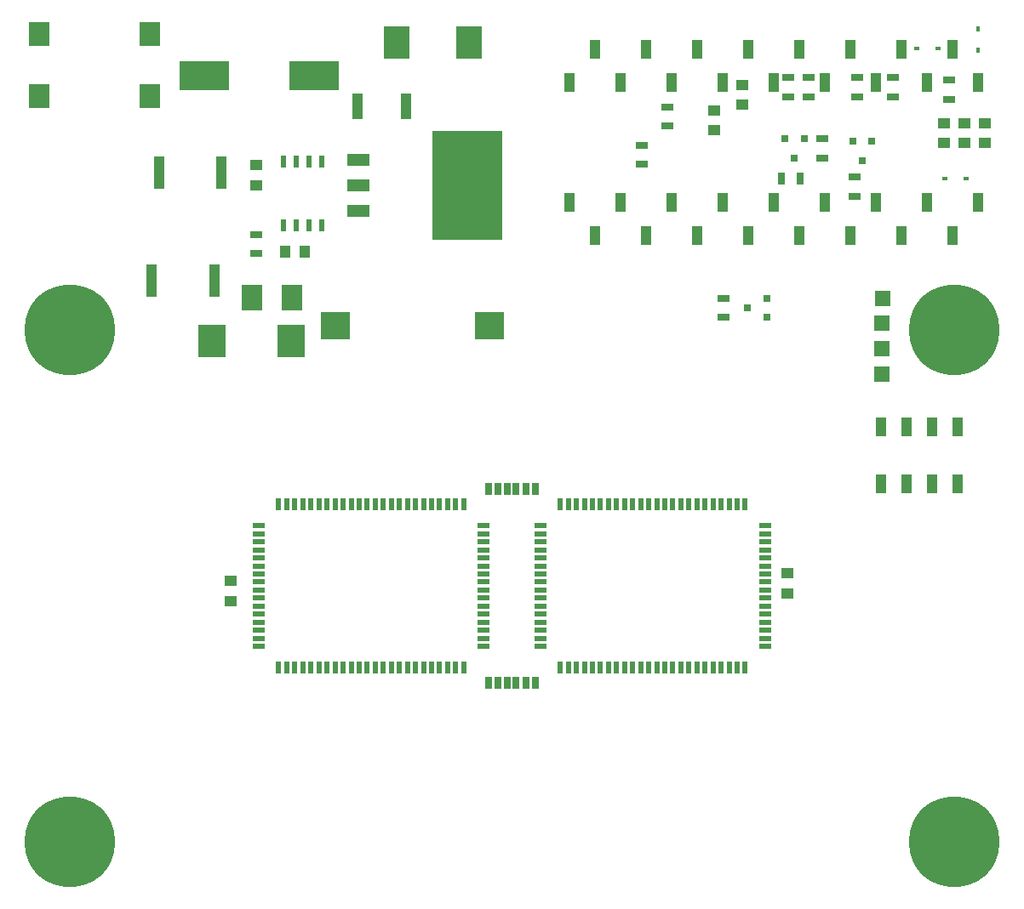
<source format=gbr>
G04 #@! TF.FileFunction,Paste,Bot*
%FSLAX46Y46*%
G04 Gerber Fmt 4.6, Leading zero omitted, Abs format (unit mm)*
G04 Created by KiCad (PCBNEW 0.201511241017+6328~38~ubuntu14.04.1-stable) date Mon 30 Nov 2015 09:24:39 AM CET*
%MOMM*%
G01*
G04 APERTURE LIST*
%ADD10C,0.100000*%
%ADD11C,9.000000*%
%ADD12R,0.500000X1.300000*%
%ADD13R,1.300000X0.500000*%
%ADD14R,1.000000X3.200000*%
%ADD15R,1.000000X2.500000*%
%ADD16R,2.920000X2.790000*%
%ADD17R,2.600000X3.200000*%
%ADD18R,2.286000X1.143000*%
%ADD19R,6.997700X10.800080*%
%ADD20R,1.000000X1.250000*%
%ADD21R,1.250000X1.000000*%
%ADD22R,2.000000X2.500000*%
%ADD23R,1.300000X0.700000*%
%ADD24R,5.000000X3.000000*%
%ADD25R,2.700000X3.200000*%
%ADD26R,0.508000X1.143000*%
%ADD27R,1.020000X1.900000*%
%ADD28R,1.020000X1.850000*%
%ADD29R,2.000000X2.400000*%
%ADD30R,0.450000X0.590000*%
%ADD31R,0.590000X0.450000*%
%ADD32R,0.800100X0.800100*%
%ADD33R,0.700000X1.300000*%
%ADD34R,1.501140X1.501140*%
%ADD35R,0.800000X1.300000*%
G04 APERTURE END LIST*
D10*
D11*
X56000000Y-74500000D03*
X56000000Y-125500000D03*
X144000000Y-125500000D03*
D12*
X95200000Y-108150000D03*
X94400000Y-108150000D03*
X93600000Y-108150000D03*
X92800000Y-108150000D03*
X92000000Y-108150000D03*
X91200000Y-108150000D03*
X90400000Y-108150000D03*
X89600000Y-108150000D03*
X88800000Y-108150000D03*
X88000000Y-108150000D03*
X87200000Y-108150000D03*
X86400000Y-108150000D03*
X85600000Y-108150000D03*
X84800000Y-108150000D03*
X84000000Y-108150000D03*
X83200000Y-108150000D03*
X82400000Y-108150000D03*
X81600000Y-108150000D03*
X80800000Y-108150000D03*
X80000000Y-108150000D03*
X79200000Y-108150000D03*
X78400000Y-108150000D03*
X77600000Y-108150000D03*
X76800000Y-108150000D03*
D13*
X74850000Y-106000000D03*
X74850000Y-105200000D03*
X74850000Y-104400000D03*
X74850000Y-103600000D03*
X74850000Y-102800000D03*
X74850000Y-102000000D03*
X74850000Y-101200000D03*
X74850000Y-100400000D03*
X74850000Y-99600000D03*
X74850000Y-98800000D03*
X74850000Y-98000000D03*
X74850000Y-97200000D03*
X74850000Y-96400000D03*
X74850000Y-95600000D03*
X74850000Y-94800000D03*
X74850000Y-94000000D03*
D12*
X76800000Y-91850000D03*
X77600000Y-91850000D03*
X78400000Y-91850000D03*
X79200000Y-91850000D03*
X80000000Y-91850000D03*
X80800000Y-91850000D03*
X81600000Y-91850000D03*
X82400000Y-91850000D03*
X83200000Y-91850000D03*
X84000000Y-91850000D03*
X84800000Y-91850000D03*
X85600000Y-91850000D03*
X86400000Y-91850000D03*
X87200000Y-91850000D03*
X88000000Y-91850000D03*
X88800000Y-91850000D03*
X89600000Y-91850000D03*
X90400000Y-91850000D03*
X91200000Y-91850000D03*
X92000000Y-91850000D03*
X92800000Y-91850000D03*
X93600000Y-91850000D03*
X94400000Y-91850000D03*
X95200000Y-91850000D03*
D13*
X97150000Y-94000000D03*
X97150000Y-94800000D03*
X97150000Y-95600000D03*
X97150000Y-96400000D03*
X97150000Y-97200000D03*
X97150000Y-98000000D03*
X97150000Y-98800000D03*
X97150000Y-99600000D03*
X97150000Y-100400000D03*
X97150000Y-101200000D03*
X97150000Y-102000000D03*
X97150000Y-102800000D03*
X97150000Y-103600000D03*
X97150000Y-104400000D03*
X97150000Y-105200000D03*
X97150000Y-106000000D03*
D14*
X70372000Y-69620000D03*
X64172000Y-69620000D03*
D15*
X89496000Y-52248000D03*
X84596000Y-52248000D03*
D16*
X82409000Y-74092000D03*
X97779000Y-74092000D03*
D17*
X95726000Y-45898000D03*
X88526000Y-45898000D03*
D18*
X84760000Y-60122000D03*
D19*
X95555000Y-60122000D03*
D18*
X84760000Y-57582000D03*
X84760000Y-62662000D03*
D20*
X79410000Y-66726000D03*
X77410000Y-66726000D03*
D21*
X74600000Y-58106000D03*
X74600000Y-60106000D03*
D22*
X78124000Y-71298000D03*
X74124000Y-71298000D03*
D23*
X74600000Y-65014000D03*
X74600000Y-66914000D03*
D24*
X80354000Y-49200000D03*
X69354000Y-49200000D03*
D14*
X71096000Y-58852000D03*
X64896000Y-58852000D03*
D25*
X78042000Y-75616000D03*
X70142000Y-75616000D03*
D26*
X81077000Y-57709000D03*
X79807000Y-57709000D03*
X78537000Y-57709000D03*
X77267000Y-57709000D03*
X77267000Y-64059000D03*
X78537000Y-64059000D03*
X79807000Y-64059000D03*
X81077000Y-64059000D03*
D21*
X120104000Y-52618000D03*
X120104000Y-54618000D03*
X144996000Y-55888000D03*
X144996000Y-53888000D03*
X122898000Y-52078000D03*
X122898000Y-50078000D03*
X142964000Y-53888000D03*
X142964000Y-55888000D03*
D12*
X104800000Y-91850000D03*
X105600000Y-91850000D03*
X106400000Y-91850000D03*
X107200000Y-91850000D03*
X108000000Y-91850000D03*
X108800000Y-91850000D03*
X109600000Y-91850000D03*
X110400000Y-91850000D03*
X111200000Y-91850000D03*
X112000000Y-91850000D03*
X112800000Y-91850000D03*
X113600000Y-91850000D03*
X114400000Y-91850000D03*
X115200000Y-91850000D03*
X116000000Y-91850000D03*
X116800000Y-91850000D03*
X117600000Y-91850000D03*
X118400000Y-91850000D03*
X119200000Y-91850000D03*
X120000000Y-91850000D03*
X120800000Y-91850000D03*
X121600000Y-91850000D03*
X122400000Y-91850000D03*
X123200000Y-91850000D03*
D13*
X125150000Y-94000000D03*
X125150000Y-94800000D03*
X125150000Y-95600000D03*
X125150000Y-96400000D03*
X125150000Y-97200000D03*
X125150000Y-98000000D03*
X125150000Y-98800000D03*
X125150000Y-99600000D03*
X125150000Y-100400000D03*
X125150000Y-101200000D03*
X125150000Y-102000000D03*
X125150000Y-102800000D03*
X125150000Y-103600000D03*
X125150000Y-104400000D03*
X125150000Y-105200000D03*
X125150000Y-106000000D03*
D12*
X123200000Y-108150000D03*
X122400000Y-108150000D03*
X121600000Y-108150000D03*
X120800000Y-108150000D03*
X120000000Y-108150000D03*
X119200000Y-108150000D03*
X118400000Y-108150000D03*
X117600000Y-108150000D03*
X116800000Y-108150000D03*
X116000000Y-108150000D03*
X115200000Y-108150000D03*
X114400000Y-108150000D03*
X113600000Y-108150000D03*
X112800000Y-108150000D03*
X112000000Y-108150000D03*
X111200000Y-108150000D03*
X110400000Y-108150000D03*
X109600000Y-108150000D03*
X108800000Y-108150000D03*
X108000000Y-108150000D03*
X107200000Y-108150000D03*
X106400000Y-108150000D03*
X105600000Y-108150000D03*
X104800000Y-108150000D03*
D13*
X102850000Y-106000000D03*
X102850000Y-105200000D03*
X102850000Y-104400000D03*
X102850000Y-103600000D03*
X102850000Y-102800000D03*
X102850000Y-102000000D03*
X102850000Y-101200000D03*
X102850000Y-100400000D03*
X102850000Y-99600000D03*
X102850000Y-98800000D03*
X102850000Y-98000000D03*
X102850000Y-97200000D03*
X102850000Y-96400000D03*
X102850000Y-95600000D03*
X102850000Y-94800000D03*
X102850000Y-94000000D03*
D27*
X146320000Y-61770000D03*
X143780000Y-65070000D03*
X141240000Y-61770000D03*
X138700000Y-65070000D03*
X136160000Y-61770000D03*
X133620000Y-65070000D03*
X131080000Y-61770000D03*
X128540000Y-65070000D03*
X126000000Y-61770000D03*
X123460000Y-65070000D03*
X118380000Y-65070000D03*
X113300000Y-65070000D03*
X108220000Y-65070000D03*
X105680000Y-61770000D03*
X115840000Y-61770000D03*
X110760000Y-61770000D03*
X120920000Y-61770000D03*
X136160000Y-49830000D03*
X141240000Y-49830000D03*
X131080000Y-49830000D03*
X146320000Y-49830000D03*
X143780000Y-46530000D03*
X138700000Y-46530000D03*
X133620000Y-46530000D03*
X128540000Y-46530000D03*
X126000000Y-49830000D03*
X123460000Y-46530000D03*
X120920000Y-49830000D03*
X118380000Y-46530000D03*
X115840000Y-49830000D03*
X113300000Y-46530000D03*
X110760000Y-49830000D03*
X108220000Y-46530000D03*
X105680000Y-49830000D03*
D28*
X144310000Y-84175000D03*
X141770000Y-84175000D03*
X139230000Y-84175000D03*
X136690000Y-84175000D03*
X144310000Y-89825000D03*
X141770000Y-89825000D03*
X139230000Y-89825000D03*
X136690000Y-89825000D03*
D29*
X53000000Y-45000000D03*
X64000000Y-45000000D03*
X53000000Y-51200000D03*
X64000000Y-51200000D03*
D23*
X112954000Y-58024000D03*
X112954000Y-56124000D03*
X143472000Y-51520000D03*
X143472000Y-49620000D03*
D21*
X147028000Y-55888000D03*
X147028000Y-53888000D03*
D30*
X146393000Y-46672000D03*
X146393000Y-44562000D03*
D31*
X145162000Y-59460000D03*
X143052000Y-59460000D03*
D32*
X133886000Y-55665240D03*
X135786000Y-55665240D03*
X134836000Y-57664220D03*
X127155000Y-55411240D03*
X129055000Y-55411240D03*
X128105000Y-57410220D03*
D23*
X121082000Y-73264000D03*
X121082000Y-71364000D03*
X115494000Y-52314000D03*
X115494000Y-54214000D03*
D33*
X126774000Y-59460000D03*
X128674000Y-59460000D03*
D23*
X134074000Y-61172000D03*
X134074000Y-59272000D03*
X130899000Y-57362000D03*
X130899000Y-55462000D03*
X127470000Y-49366000D03*
X127470000Y-51266000D03*
X137884000Y-49366000D03*
X137884000Y-51266000D03*
X134328000Y-49366000D03*
X134328000Y-51266000D03*
D31*
X142368000Y-46506000D03*
X140258000Y-46506000D03*
D32*
X125384760Y-71364000D03*
X125384760Y-73264000D03*
X123385780Y-72314000D03*
D23*
X129502000Y-49366000D03*
X129502000Y-51266000D03*
D11*
X144000000Y-74500000D03*
D34*
X136868000Y-71398000D03*
X136830000Y-73838000D03*
X136830000Y-76378000D03*
X136830000Y-78918000D03*
D21*
X127432000Y-98746000D03*
X127432000Y-100746000D03*
X72060000Y-101508000D03*
X72060000Y-99508000D03*
D35*
X98620000Y-109604000D03*
D33*
X99570000Y-109604000D03*
X97670000Y-109604000D03*
D35*
X101370000Y-90354000D03*
D33*
X100420000Y-90354000D03*
X102320000Y-90354000D03*
D35*
X98620000Y-90354000D03*
D33*
X97670000Y-90354000D03*
X99570000Y-90354000D03*
D35*
X101370000Y-109604000D03*
D33*
X100420000Y-109604000D03*
X102320000Y-109604000D03*
M02*

</source>
